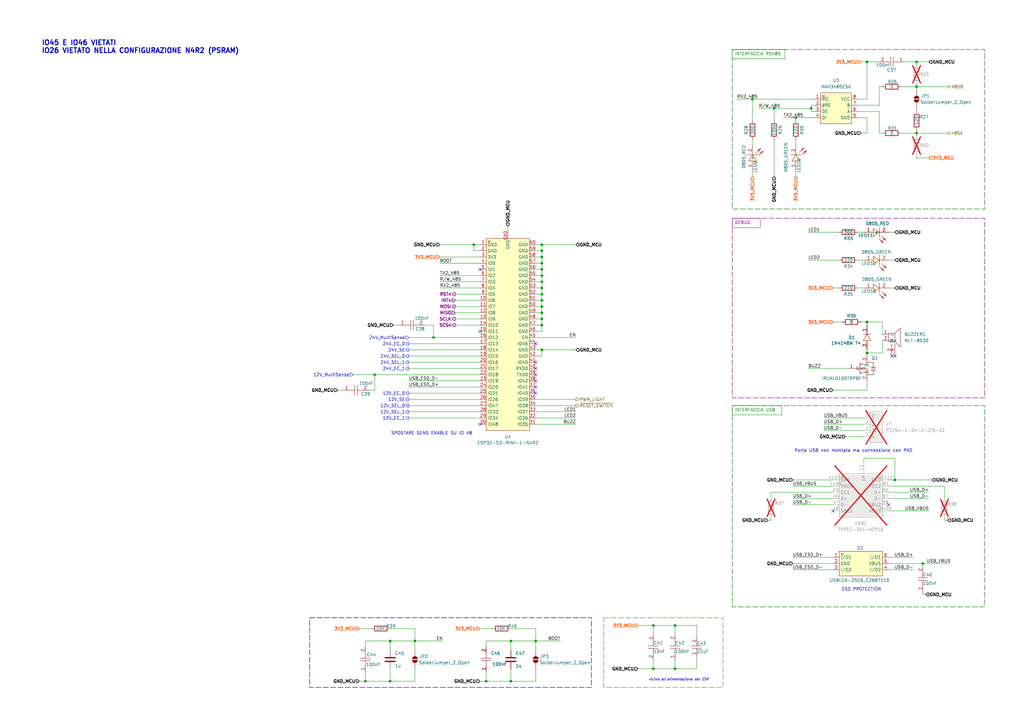
<source format=kicad_sch>
(kicad_sch (version 20250114) (generator "eeschema") (generator_version "9.0")
  (paper "A3")
  (title_block (date "2025-03-21"))
  (lib_symbols
    (symbol "CC0603KRX7R9BB104_1" (pin_names (hide yes))
      (property "Reference" "C" (at 0 5.08 0))
      (property "Value" "CC0603KRX7R9BB104" (at 0 -5.08 0))
      (symbol "CC0603KRX7R9BB104_1_0_1"
        (pin unspecified line (at -5.08 0 0) (length 2.54) (name "1") (number "1"))
        (pin unspecified line (at 5.08 0 180) (length 2.54) (name "2") (number "2"))
      )
    )
    (symbol "CC0603KRX7R9BB104_2" (pin_names (hide yes))
      (property "Reference" "C" (at 0 5.08 0))
      (property "Value" "CC0603KRX7R9BB104" (at 0 -5.08 0))
      (symbol "CC0603KRX7R9BB104_2_0_1"
        (pin unspecified line (at -5.08 0 0) (length 2.54) (name "1") (number "1"))
        (pin unspecified line (at 5.08 0 180) (length 2.54) (name "2") (number "2"))
      )
    )
    (symbol "CC0603KRX7R9BB104_3" (pin_names (hide yes))
      (property "Reference" "C" (at 0 5.08 0))
      (property "Value" "CC0603KRX7R9BB104" (at 0 -5.08 0))
      (symbol "CC0603KRX7R9BB104_3_0_1"
        (pin unspecified line (at -5.08 0 0) (length 2.54) (name "1") (number "1"))
        (pin unspecified line (at 5.08 0 180) (length 2.54) (name "2") (number "2"))
      )
    )
    (symbol "CC0603KRX7R9BB104_4" (pin_names (hide yes))
      (property "Reference" "C" (at 0 5.08 0))
      (property "Value" "CC0603KRX7R9BB104" (at 0 -5.08 0))
      (symbol "CC0603KRX7R9BB104_4_0_1"
        (pin unspecified line (at -5.08 0 0) (length 2.54) (name "1") (number "1"))
        (pin unspecified line (at 5.08 0 180) (length 2.54) (name "2") (number "2"))
      )
    )
    (symbol "CC0603KRX7R9BB104_5" (pin_names (hide yes))
      (property "Reference" "C" (at 0 5.08 0))
      (property "Value" "CC0603KRX7R9BB104" (at 0 -5.08 0))
      (symbol "CC0603KRX7R9BB104_5_0_1"
        (pin unspecified line (at -5.08 0 0) (length 2.54) (name "1") (number "1"))
        (pin unspecified line (at 5.08 0 180) (length 2.54) (name "2") (number "2"))
      )
    )
    (symbol "Device:C" (pin_numbers (hide yes)) (pin_names (offset 0.254))
      (property "Reference" "C" (at 0.635 2.54 0))
      (property "Value" "C" (at 0.635 -2.54 0))
      (symbol "C_1_1"
        (pin passive line (at 0 3.81 270) (length 2.794) (name "~") (number "1"))
        (pin passive line (at 0 -3.81 90) (length 2.794) (name "~") (number "2"))
      )
    )
    (symbol "Device:R" (pin_numbers (hide yes)) (pin_names (offset 0))
      (property "Reference" "R" (at 2.032 0 90))
      (property "Value" "R" (at 0 0 90))
      (symbol "R_1_1"
        (pin passive line (at 0 3.81 270) (length 1.27) (name "~") (number "1"))
        (pin passive line (at 0 -3.81 90) (length 1.27) (name "~") (number "2"))
      )
    )
    (symbol "FC-2012HRK-620D_1"
      (property "Reference" "LED" (at 0 5.08 0))
      (property "Value" "FC-2012HRK-620D" (at 0 -5.08 0))
      (symbol "FC-2012HRK-620D_1_0_1"
        (pin unspecified line (at -5.08 0 0) (length 3.81) (name "-") (number "2"))
        (pin unspecified line (at 5.08 0 180) (length 3.81) (name "+") (number "1"))
      )
    )
    (symbol "Jumper:SolderJumper_2_Open" (pin_numbers (hide yes)) (pin_names (offset 0) (hide yes)) (exclude_from_sim yes) (in_bom no)
      (property "Reference" "JP" (at 0 2.032 0))
      (property "Value" "SolderJumper_2_Open" (at 0 -2.54 0))
      (symbol "SolderJumper_2_Open_1_1"
        (pin passive line (at -3.81 0 0) (length 2.54) (name "A") (number "1"))
        (pin passive line (at 3.81 0 180) (length 2.54) (name "B") (number "2"))
      )
    )
    (symbol "easyeda2kicad:0805G(Green)" (pin_names (hide yes))
      (property "Reference" "LED" (at 0 5.08 0))
      (property "Value" "0805G (Green)" (at 0 -5.08 0))
      (symbol "0805G(Green)_0_1"
        (pin unspecified line (at -5.08 0 0) (length 3.81) (name "K") (number "2"))
        (pin unspecified line (at 5.08 0 180) (length 3.81) (name "A") (number "1"))
      )
    )
    (symbol "easyeda2kicad:1N4148WT4" (pin_names (hide yes))
      (property "Reference" "D" (at 0 5.08 0))
      (property "Value" "1N4148W T4" (at 0 -5.08 0))
      (symbol "1N4148WT4_0_1"
        (pin unspecified line (at -5.08 0 0) (length 3.81) (name "K") (number "1"))
        (pin unspecified line (at 5.08 0 180) (length 3.81) (name "A") (number "2"))
      )
    )
    (symbol "easyeda2kicad:CL31A226KAHNNNE" (pin_names (hide yes))
      (property "Reference" "C" (at 0 5.08 0))
      (property "Value" "CL31A226KAHNNNE" (at 0 -5.08 0))
      (symbol "CL31A226KAHNNNE_0_1"
        (pin input line (at -3.81 0 0) (length 2.54) (name "1") (number "1"))
        (pin input line (at 3.81 0 180) (length 2.54) (name "2") (number "2"))
      )
    )
    (symbol "easyeda2kicad:ESP32-S3-MINI-1-N4R2"
      (property "Reference" "U" (at 0 45.72 0))
      (property "Value" "ESP32-S3-MINI-1-N4R2" (at 0 -43.18 0))
      (symbol "ESP32-S3-MINI-1-N4R2_0_1"
        (pin unspecified line (at -11.43 35.56 0) (length 2.54) (name "GND") (number "1"))
        (pin unspecified line (at -11.43 33.02 0) (length 2.54) (name "GND") (number "2"))
        (pin unspecified line (at -11.43 30.48 0) (length 2.54) (name "3V3") (number "3"))
        (pin unspecified line (at -11.43 27.94 0) (length 2.54) (name "IO0") (number "4"))
        (pin unspecified line (at -11.43 25.4 0) (length 2.54) (name "IO1") (number "5"))
        (pin unspecified line (at -11.43 22.86 0) (length 2.54) (name "IO2") (number "6"))
        (pin unspecified line (at -11.43 20.32 0) (length 2.54) (name "IO3") (number "7"))
        (pin unspecified line (at -11.43 17.78 0) (length 2.54) (name "IO4") (number "8"))
        (pin unspecified line (at -11.43 15.24 0) (length 2.54) (name "IO5") (number "9"))
        (pin unspecified line (at -11.43 12.7 0) (length 2.54) (name "IO6") (number "10"))
        (pin unspecified line (at -11.43 10.16 0) (length 2.54) (name "IO7") (number "11"))
        (pin unspecified line (at -11.43 7.62 0) (length 2.54) (name "IO8") (number "12"))
        (pin unspecified line (at -11.43 5.08 0) (length 2.54) (name "IO9") (number "13"))
        (pin unspecified line (at -11.43 2.54 0) (length 2.54) (name "IO10") (number "14"))
        (pin unspecified line (at -11.43 0 0) (length 2.54) (name "IO11") (number "15"))
        (pin unspecified line (at -11.43 -2.54 0) (length 2.54) (name "IO12") (number "16"))
        (pin unspecified line (at -11.43 -5.08 0) (length 2.54) (name "IO13") (number "17"))
        (pin unspecified line (at -11.43 -7.62 0) (length 2.54) (name "IO14") (number "18"))
        (pin unspecified line (at -11.43 -10.16 0) (length 2.54) (name "IO15") (number "19"))
        (pin unspecified line (at -11.43 -12.7 0) (length 2.54) (name "IO16") (number "20"))
        (pin unspecified line (at -11.43 -15.24 0) (length 2.54) (name "IO17") (number "21"))
        (pin unspecified line (at -11.43 -17.78 0) (length 2.54) (name "IO18") (number "22"))
        (pin unspecified line (at -11.43 -20.32 0) (length 2.54) (name "IO19") (number "23"))
        (pin unspecified line (at -11.43 -22.86 0) (length 2.54) (name "IO20") (number "24"))
        (pin unspecified line (at -11.43 -25.4 0) (length 2.54) (name "IO21") (number "25"))
        (pin unspecified line (at -11.43 -27.94 0) (length 2.54) (name "IO26") (number "26"))
        (pin unspecified line (at -11.43 -30.48 0) (length 2.54) (name "IO47") (number "27"))
        (pin unspecified line (at -11.43 -33.02 0) (length 2.54) (name "IO33") (number "28"))
        (pin unspecified line (at -11.43 -35.56 0) (length 2.54) (name "IO34") (number "29"))
        (pin unspecified line (at -11.43 -38.1 0) (length 2.54) (name "IO48") (number "30"))
        (pin unspecified line (at 0 40.64 270) (length 2.54) (name "GND") (number "GND"))
        (pin unspecified line (at 11.43 35.56 180) (length 2.54) (name "GND") (number "60"))
        (pin unspecified line (at 11.43 33.02 180) (length 2.54) (name "GND") (number "59"))
        (pin unspecified line (at 11.43 30.48 180) (length 2.54) (name "GND") (number "58"))
        (pin unspecified line (at 11.43 27.94 180) (length 2.54) (name "GND") (number "57"))
        (pin unspecified line (at 11.43 25.4 180) (length 2.54) (name "GND") (number "56"))
        (pin unspecified line (at 11.43 22.86 180) (length 2.54) (name "GND") (number "55"))
        (pin unspecified line (at 11.43 20.32 180) (length 2.54) (name "GND") (number "54"))
        (pin unspecified line (at 11.43 17.78 180) (length 2.54) (name "GND") (number "53"))
        (pin unspecified line (at 11.43 15.24 180) (length 2.54) (name "GND") (number "52"))
        (pin unspecified line (at 11.43 12.7 180) (length 2.54) (name "GND") (number "51"))
        (pin unspecified line (at 11.43 10.16 180) (length 2.54) (name "GND") (number "50"))
        (pin unspecified line (at 11.43 7.62 180) (length 2.54) (name "GND") (number "49"))
        (pin unspecified line (at 11.43 5.08 180) (length 2.54) (name "GND") (number "48"))
        (pin unspecified line (at 11.43 2.54 180) (length 2.54) (name "GND") (number "47"))
        (pin unspecified line (at 11.43 0 180) (length 2.54) (name "GND") (number "46"))
        (pin unspecified line (at 11.43 -2.54 180) (length 2.54) (name "EN") (number "45"))
        (pin unspecified line (at 11.43 -5.08 180) (length 2.54) (name "IO46") (number "44"))
        (pin unspecified line (at 11.43 -7.62 180) (length 2.54) (name "GND") (number "43"))
        (pin unspecified line (at 11.43 -10.16 180) (length 2.54) (name "GND") (number "42"))
        (pin unspecified line (at 11.43 -12.7 180) (length 2.54) (name "IO45") (number "41"))
        (pin unspecified line (at 11.43 -15.24 180) (length 2.54) (name "RXD0") (number "40"))
        (pin unspecified line (at 11.43 -17.78 180) (length 2.54) (name "TXD0") (number "39"))
        (pin unspecified line (at 11.43 -20.32 180) (length 2.54) (name "IO42") (number "38"))
        (pin unspecified line (at 11.43 -22.86 180) (length 2.54) (name "IO41") (number "37"))
        (pin unspecified line (at 11.43 -25.4 180) (length 2.54) (name "IO40") (number "36"))
        (pin unspecified line (at 11.43 -27.94 180) (length 2.54) (name "IO39") (number "35"))
        (pin unspecified line (at 11.43 -30.48 180) (length 2.54) (name "IO38") (number "34"))
        (pin unspecified line (at 11.43 -33.02 180) (length 2.54) (name "IO37") (number "33"))
        (pin unspecified line (at 11.43 -35.56 180) (length 2.54) (name "IO36") (number "32"))
        (pin unspecified line (at 11.43 -38.1 180) (length 2.54) (name "IO35") (number "31"))
      )
    )
    (symbol "easyeda2kicad:FC-2012HRK-620D"
      (property "Reference" "LED" (at 0 5.08 0))
      (property "Value" "FC-2012HRK-620D" (at 0 -5.08 0))
      (symbol "FC-2012HRK-620D_0_1"
        (pin unspecified line (at -5.08 0 0) (length 3.81) (name "-") (number "2"))
        (pin unspecified line (at 5.08 0 180) (length 3.81) (name "+") (number "1"))
      )
    )
    (symbol "easyeda2kicad:IRLML0100TRPBF"
      (property "Reference" "Q" (at 0 10.16 0))
      (property "Value" "IRLML0100TRPBF" (at 0 -10.16 0))
      (symbol "IRLML0100TRPBF_0_1"
        (pin unspecified line (at -5.08 0 0) (length 2.54) (name "G") (number "1"))
        (pin unspecified line (at 2.54 5.08 270) (length 2.54) (name "D") (number "3"))
        (pin unspecified line (at 2.54 -5.08 90) (length 2.54) (name "S") (number "2"))
      )
    )
    (symbol "easyeda2kicad:MAX3485ESA"
      (property "Reference" "U" (at 0 8.89 0))
      (property "Value" "MAX3485ESA" (at 0 -8.89 0))
      (symbol "MAX3485ESA_0_1"
        (pin unspecified line (at -8.89 3.81 0) (length 2.54) (name "RO") (number "1"))
        (pin unspecified line (at -8.89 1.27 0) (length 2.54) (name "#RE") (number "2"))
        (pin unspecified line (at -8.89 -1.27 0) (length 2.54) (name "DE") (number "3"))
        (pin unspecified line (at -8.89 -3.81 0) (length 2.54) (name "DI") (number "4"))
        (pin unspecified line (at 8.89 3.81 180) (length 2.54) (name "VCC") (number "8"))
        (pin unspecified line (at 8.89 1.27 180) (length 2.54) (name "B") (number "7"))
        (pin unspecified line (at 8.89 -1.27 180) (length 2.54) (name "A") (number "6"))
        (pin unspecified line (at 8.89 -3.81 180) (length 2.54) (name "GND") (number "5"))
      )
    )
    (symbol "easyeda2kicad:MLT-8530"
      (property "Reference" "BUZZER" (at 0 6.35 0))
      (property "Value" "MLT-8530" (at 0 -12.7 0))
      (symbol "MLT-8530_0_1"
        (pin unspecified line (at -3.81 1.27 0) (length 2.54) (name "+") (number "1"))
        (pin unspecified line (at -3.81 -1.27 0) (length 2.54) (name "2") (number "2"))
        (pin unspecified line (at 0 -7.62 90) (length 5.08) (name "3") (number "3"))
        (pin unspecified line (at 1.27 -7.62 90) (length 5.08) (name "4") (number "4"))
      )
    )
    (symbol "easyeda2kicad:PZ254-1-04-Z-2.5-G1"
      (property "Reference" "U" (at 0 8.89 0))
      (property "Value" "PZ254-1-04-Z-2.5-G1" (at 0 -8.89 0))
      (symbol "PZ254-1-04-Z-2.5-G1_0_1"
        (pin unspecified line (at -5.08 3.81 0) (length 2.54) (name "1") (number "1"))
        (pin unspecified line (at -5.08 1.27 0) (length 2.54) (name "2") (number "2"))
        (pin unspecified line (at -5.08 -1.27 0) (length 2.54) (name "3") (number "3"))
        (pin unspecified line (at -5.08 -3.81 0) (length 2.54) (name "4") (number "4"))
      )
    )
    (symbol "easyeda2kicad:TYPEC-304-ACP16"
      (property "Reference" "USB" (at 0 17.78 0))
      (property "Value" "TYPEC-304-ACP16" (at 0 -12.7 0))
      (symbol "TYPEC-304-ACP16_0_1"
        (pin unspecified line (at -10.16 5.08 0) (length 2.54) (name "GND") (number "A1B12"))
        (pin unspecified line (at -10.16 2.54 0) (length 2.54) (name "VBUS") (number "A4B9"))
        (pin unspecified line (at -10.16 0 0) (length 2.54) (name "CC1") (number "A5"))
        (pin unspecified line (at -10.16 -2.54 0) (length 2.54) (name "D+") (number "A6"))
        (pin unspecified line (at -10.16 -5.08 0) (length 2.54) (name "D-") (number "A7"))
        (pin unspecified line (at -10.16 -7.62 0) (length 2.54) (name "SBU1") (number "A8"))
        (pin unspecified line (at 2.54 12.7 270) (length 5.08) (name "EP") (number "13"))
        (pin unspecified line (at 12.7 5.08 180) (length 2.54) (name "GND") (number "B1A12"))
        (pin unspecified line (at 12.7 2.54 180) (length 2.54) (name "CC2") (number "B5"))
        (pin unspecified line (at 12.7 0 180) (length 2.54) (name "D+") (number "B6"))
        (pin unspecified line (at 12.7 -2.54 180) (length 2.54) (name "D-") (number "B7"))
        (pin unspecified line (at 12.7 -5.08 180) (length 2.54) (name "SBU2") (number "B8"))
        (pin unspecified line (at 12.7 -7.62 180) (length 2.54) (name "VBUS") (number "B4A9"))
      )
    )
    (symbol "easyeda2kicad:USBLC6-2SC6_C2687116"
      (property "Reference" "D" (at 0 7.62 0))
      (property "Value" "USBLC6-2SC6_C2687116" (at 0 -7.62 0))
      (symbol "USBLC6-2SC6_C2687116_0_1"
        (pin unspecified line (at -11.43 2.54 0) (length 2.54) (name "I/O1") (number "1"))
        (pin unspecified line (at -11.43 0 0) (length 2.54) (name "GND") (number "2"))
        (pin unspecified line (at -11.43 -2.54 0) (length 2.54) (name "I/O2") (number "3"))
        (pin unspecified line (at 11.43 2.54 180) (length 2.54) (name "I/O1") (number "6"))
        (pin unspecified line (at 11.43 0 180) (length 2.54) (name "VBUS") (number "5"))
        (pin unspecified line (at 11.43 -2.54 180) (length 2.54) (name "I/O2") (number "4"))
      )
    )
  )
  (rectangle (start 127 253.365) (end 242.57 281.94) (stroke (width 0.2) (type dash)))
  (rectangle (start 300.355 166.37) (end 403.86 248.92) (stroke (width 0.2) (type dash) (color 0 132 0 1)))
  (rectangle (start 247.65 253.365) (end 296.545 281.94) (stroke (width 0.2) (type dash) (color 204 102 0 1)))
  (rectangle (start 300.355 20.32) (end 403.86 85.725) (stroke (width 0.2) (type dash) (color 0 132 0 1)))
  (rectangle (start 300.355 89.535) (end 403.86 163.195) (stroke (width 0.2) (type dash) (color 132 0 132 1)))
  (text "SPOSTARE SENS ENABLE SU IO 48" (at 177.038 177.8 0) (effects (font (size 1.27 1.27))))
  (text "Porta USB non montata ma connessione con PAD" (at 350.012 184.912 0) (effects (font (size 1.27 1.27))))
  (text "ESD PROTECTION" (at 353.314 241.808 0) (effects (font (size 1.27 1.27))))
  (text "vicino all'alimentazione del ESP" (at 266.065 279.4 0) (effects (font (size 1 1)) (justify left bottom)))
  (text "IO45 E IO46 VIETATI\nIO26 VIETATO NELLA CONFIGURAZIONE N4R2 (PSRAM)" (at 17.018 19.304 0) (effects (font (size 2 2) (thickness 0.4) (bold yes)) (justify left)))
  (text_box "DEBUG" (at 300.355 89.535 0) (size 11.43 3.81) (margins 0.9525 0.9525 0.9525 0.9525) (stroke (width 0) (color 132 0 132 1)) (effects (font (size 1.27 1.27)) (justify left top)))
  (text_box "INTERFACCIA RS485" (at 300.355 20.32 0) (size 21.59 3.81) (margins 0.9525 0.9525 0.9525 0.9525) (stroke (width 0) (color 0 132 0 1)) (effects (font (size 1.27 1.27)) (justify left top)))
  (text_box "INTERFACCIA USB" (at 300.355 166.37 0) (size 20.32 3.81) (margins 0.9525 0.9525 0.9525 0.9525) (stroke (width 0) (color 0 132 0 1)) (effects (font (size 1.27 1.27)) (justify left top)))
  (junction (at 222.25 113.03))
  (junction (at 222.25 123.19))
  (junction (at 222.25 130.81))
  (junction (at 222.25 125.73))
  (junction (at 177.8 138.43))
  (junction (at 170.18 262.89))
  (junction (at 160.02 262.89))
  (junction (at 222.25 100.33))
  (junction (at 222.25 110.49))
  (junction (at 267.97 256.54))
  (junction (at 326.39 48.26))
  (junction (at 209.55 279.4))
  (junction (at 149.86 279.4))
  (junction (at 375.92 35.56))
  (junction (at 355.6 25.4))
  (junction (at 209.55 262.89))
  (junction (at 222.25 118.11))
  (junction (at 355.6 132.08))
  (junction (at 222.25 107.95))
  (junction (at 276.86 256.54))
  (junction (at 367.03 196.85))
  (junction (at 219.71 262.89))
  (junction (at 267.97 274.32))
  (junction (at 317.5 44.45))
  (junction (at 276.86 274.32))
  (junction (at 222.25 133.35))
  (junction (at 375.92 25.4))
  (junction (at 222.25 128.27))
  (junction (at 160.02 279.4))
  (junction (at 378.46 231.14))
  (junction (at 222.25 143.51))
  (junction (at 308.61 40.64))
  (junction (at 199.39 279.4))
  (junction (at 375.92 54.61))
  (junction (at 222.25 105.41))
  (junction (at 222.25 102.87))
  (junction (at 355.6 144.78))
  (junction (at 332.74 44.45))
  (junction (at 194.31 100.33))
  (junction (at 222.25 120.65))
  (junction (at 153.67 153.67))
  (junction (at 222.25 115.57))
  (no_connect (at 219.71 153.67))
  (no_connect (at 196.85 135.89))
  (no_connect (at 219.71 156.21))
  (no_connect (at 219.71 140.97))
  (no_connect (at 196.85 173.99))
  (no_connect (at 364.49 207.01))
  (no_connect (at 365.76 146.05))
  (no_connect (at 367.03 146.05))
  (no_connect (at 219.71 151.13))
  (no_connect (at 219.71 158.75))
  (no_connect (at 196.85 110.49))
  (no_connect (at 219.71 161.29))
  (no_connect (at 341.63 209.55))
  (no_connect (at 219.71 148.59))
  (wire (pts (xy 177.8 138.43) (xy 196.85 138.43)))
  (wire (pts (xy 375.92 25.4) (xy 381 25.4)))
  (wire (pts (xy 355.6 143.51) (xy 355.6 144.78)))
  (wire (pts (xy 381 201.93) (xy 364.49 201.93)))
  (wire (pts (xy 355.6 25.4) (xy 360.68 25.4)))
  (wire (pts (xy 222.25 118.11) (xy 222.25 120.65)))
  (wire (pts (xy 375.92 34.29) (xy 375.92 35.56)))
  (wire (pts (xy 222.25 115.57) (xy 222.25 118.11)))
  (wire (pts (xy 326.39 57.15) (xy 326.39 59.69)))
  (wire (pts (xy 194.31 100.33) (xy 196.85 100.33)))
  (wire (pts (xy 219.71 123.19) (xy 222.25 123.19)))
  (wire (pts (xy 199.39 279.4) (xy 209.55 279.4)))
  (wire (pts (xy 167.64 143.51) (xy 196.85 143.51)))
  (wire (pts (xy 186.69 123.19) (xy 196.85 123.19)))
  (wire (pts (xy 209.55 262.89) (xy 209.55 266.7)))
  (wire (pts (xy 219.71 135.89) (xy 222.25 135.89)))
  (wire (pts (xy 334.01 45.72) (xy 332.74 45.72)))
  (wire (pts (xy 375.92 25.4) (xy 375.92 26.67)))
  (wire (pts (xy 167.64 140.97) (xy 196.85 140.97)))
  (wire (pts (xy 388.62 213.36) (xy 387.35 213.36)))
  (wire (pts (xy 375.92 35.56) (xy 388.62 35.56)))
  (wire (pts (xy 219.71 118.11) (xy 222.25 118.11)))
  (wire (pts (xy 364.49 95.25) (xy 367.03 95.25)))
  (wire (pts (xy 236.22 163.83) (xy 219.71 163.83)))
  (wire (pts (xy 219.71 130.81) (xy 222.25 130.81)))
  (wire (pts (xy 219.71 115.57) (xy 222.25 115.57)))
  (wire (pts (xy 285.75 261.62) (xy 285.75 256.54)))
  (wire (pts (xy 325.12 231.14) (xy 341.63 231.14)))
  (wire (pts (xy 353.06 25.4) (xy 355.6 25.4)))
  (wire (pts (xy 196.85 102.87) (xy 194.31 102.87)))
  (wire (pts (xy 222.25 105.41) (xy 222.25 107.95)))
  (wire (pts (xy 364.49 106.68) (xy 367.03 106.68)))
  (wire (pts (xy 375.92 35.56) (xy 375.92 36.83)))
  (wire (pts (xy 375.92 45.72) (xy 375.92 44.45)))
  (wire (pts (xy 375.92 54.61) (xy 375.92 53.34)))
  (wire (pts (xy 381 204.47) (xy 364.49 204.47)))
  (wire (pts (xy 375.92 63.5) (xy 375.92 64.77)))
  (wire (pts (xy 167.64 163.83) (xy 196.85 163.83)))
  (wire (pts (xy 361.95 139.7) (xy 361.95 144.78)))
  (wire (pts (xy 316.23 213.36) (xy 316.23 212.09)))
  (wire (pts (xy 219.71 107.95) (xy 222.25 107.95)))
  (wire (pts (xy 355.6 132.08) (xy 355.6 133.35)))
  (wire (pts (xy 261.62 256.54) (xy 267.97 256.54)))
  (wire (pts (xy 222.25 123.19) (xy 222.25 125.73)))
  (wire (pts (xy 326.39 48.26) (xy 334.01 48.26)))
  (wire (pts (xy 236.22 138.43) (xy 219.71 138.43)))
  (wire (pts (xy 332.74 43.18) (xy 332.74 44.45)))
  (wire (pts (xy 354.33 187.96) (xy 367.03 187.96)))
  (wire (pts (xy 167.64 138.43) (xy 177.8 138.43)))
  (wire (pts (xy 326.39 48.26) (xy 326.39 49.53)))
  (wire (pts (xy 199.39 262.89) (xy 209.55 262.89)))
  (wire (pts (xy 177.8 138.43) (xy 177.8 133.35)))
  (wire (pts (xy 222.25 133.35) (xy 222.25 135.89)))
  (wire (pts (xy 186.69 133.35) (xy 196.85 133.35)))
  (wire (pts (xy 222.25 107.95) (xy 222.25 110.49)))
  (wire (pts (xy 167.64 148.59) (xy 196.85 148.59)))
  (wire (pts (xy 180.34 100.33) (xy 194.31 100.33)))
  (wire (pts (xy 153.67 153.67) (xy 196.85 153.67)))
  (wire (pts (xy 369.57 54.61) (xy 375.92 54.61)))
  (wire (pts (xy 308.61 40.64) (xy 334.01 40.64)))
  (wire (pts (xy 170.18 274.32) (xy 170.18 279.4)))
  (wire (pts (xy 186.69 128.27) (xy 196.85 128.27)))
  (wire (pts (xy 351.79 40.64) (xy 355.6 40.64)))
  (wire (pts (xy 388.62 54.61) (xy 375.92 54.61)))
  (wire (pts (xy 337.82 173.99) (xy 354.33 173.99)))
  (wire (pts (xy 325.12 207.01) (xy 341.63 207.01)))
  (wire (pts (xy 337.82 176.53) (xy 354.33 176.53)))
  (wire (pts (xy 199.39 279.4) (xy 199.39 275.59)))
  (wire (pts (xy 170.18 262.89) (xy 170.18 266.7)))
  (wire (pts (xy 354.33 189.23) (xy 354.33 187.96)))
  (wire (pts (xy 360.68 35.56) (xy 360.68 43.18)))
  (wire (pts (xy 317.5 57.15) (xy 317.5 72.39)))
  (wire (pts (xy 219.71 128.27) (xy 222.25 128.27)))
  (wire (pts (xy 222.25 143.51) (xy 222.25 146.05)))
  (wire (pts (xy 331.47 106.68) (xy 344.17 106.68)))
  (wire (pts (xy 219.71 146.05) (xy 222.25 146.05)))
  (wire (pts (xy 170.18 279.4) (xy 160.02 279.4)))
  (wire (pts (xy 144.78 153.67) (xy 153.67 153.67)))
  (wire (pts (xy 186.69 125.73) (xy 196.85 125.73)))
  (wire (pts (xy 267.97 274.32) (xy 276.86 274.32)))
  (wire (pts (xy 219.71 125.73) (xy 222.25 125.73)))
  (wire (pts (xy 355.6 144.78) (xy 355.6 146.05)))
  (wire (pts (xy 325.12 196.85) (xy 341.63 196.85)))
  (wire (pts (xy 387.35 199.39) (xy 364.49 199.39)))
  (wire (pts (xy 308.61 69.85) (xy 308.61 72.39)))
  (wire (pts (xy 276.86 260.35) (xy 276.86 256.54)))
  (wire (pts (xy 355.6 25.4) (xy 355.6 40.64)))
  (wire (pts (xy 321.31 48.26) (xy 326.39 48.26)))
  (wire (pts (xy 351.79 95.25) (xy 354.33 95.25)))
  (wire (pts (xy 219.71 133.35) (xy 222.25 133.35)))
  (wire (pts (xy 308.61 57.15) (xy 308.61 59.69)))
  (wire (pts (xy 341.63 132.08) (xy 345.44 132.08)))
  (wire (pts (xy 370.84 25.4) (xy 375.92 25.4)))
  (wire (pts (xy 219.71 143.51) (xy 222.25 143.51)))
  (wire (pts (xy 361.95 137.16) (xy 361.95 132.08)))
  (wire (pts (xy 361.95 132.08) (xy 355.6 132.08)))
  (wire (pts (xy 194.31 102.87) (xy 194.31 100.33)))
  (wire (pts (xy 167.64 146.05) (xy 196.85 146.05)))
  (wire (pts (xy 153.67 153.67) (xy 153.67 160.02)))
  (wire (pts (xy 236.22 173.99) (xy 219.71 173.99)))
  (wire (pts (xy 236.22 168.91) (xy 219.71 168.91)))
  (wire (pts (xy 219.71 262.89) (xy 219.71 266.7)))
  (wire (pts (xy 209.55 274.32) (xy 209.55 279.4)))
  (wire (pts (xy 276.86 256.54) (xy 285.75 256.54)))
  (wire (pts (xy 186.69 120.65) (xy 196.85 120.65)))
  (wire (pts (xy 222.25 143.51) (xy 236.22 143.51)))
  (wire (pts (xy 180.34 107.95) (xy 196.85 107.95)))
  (wire (pts (xy 332.74 44.45) (xy 332.74 45.72)))
  (wire (pts (xy 186.69 130.81) (xy 196.85 130.81)))
  (wire (pts (xy 341.63 199.39) (xy 325.12 199.39)))
  (wire (pts (xy 351.79 43.18) (xy 360.68 43.18)))
  (wire (pts (xy 367.03 187.96) (xy 367.03 196.85)))
  (wire (pts (xy 149.86 262.89) (xy 160.02 262.89)))
  (wire (pts (xy 360.68 54.61) (xy 361.95 54.61)))
  (wire (pts (xy 332.74 43.18) (xy 334.01 43.18)))
  (wire (pts (xy 361.95 144.78) (xy 355.6 144.78)))
  (wire (pts (xy 167.64 161.29) (xy 196.85 161.29)))
  (wire (pts (xy 353.06 132.08) (xy 355.6 132.08)))
  (wire (pts (xy 196.85 257.81) (xy 201.93 257.81)))
  (wire (pts (xy 160.02 257.81) (xy 170.18 257.81)))
  (wire (pts (xy 219.71 257.81) (xy 219.71 262.89)))
  (wire (pts (xy 160.02 262.89) (xy 170.18 262.89)))
  (wire (pts (xy 219.71 262.89) (xy 229.87 262.89)))
  (wire (pts (xy 379.73 243.84) (xy 378.46 243.84)))
  (wire (pts (xy 374.65 228.6) (xy 364.49 228.6)))
  (wire (pts (xy 219.71 100.33) (xy 222.25 100.33)))
  (wire (pts (xy 219.71 110.49) (xy 222.25 110.49)))
  (wire (pts (xy 180.34 113.03) (xy 196.85 113.03)))
  (wire (pts (xy 355.6 54.61) (xy 355.6 48.26)))
  (wire (pts (xy 167.64 151.13) (xy 196.85 151.13)))
  (wire (pts (xy 354.33 171.45) (xy 337.82 171.45)))
  (wire (pts (xy 317.5 44.45) (xy 332.74 44.45)))
  (wire (pts (xy 147.32 257.81) (xy 152.4 257.81)))
  (wire (pts (xy 196.85 279.4) (xy 199.39 279.4)))
  (wire (pts (xy 167.64 168.91) (xy 196.85 168.91)))
  (wire (pts (xy 331.47 95.25) (xy 344.17 95.25)))
  (wire (pts (xy 153.67 160.02) (xy 151.13 160.02)))
  (wire (pts (xy 208.28 92.71) (xy 208.28 95.25)))
  (wire (pts (xy 222.25 102.87) (xy 222.25 105.41)))
  (wire (pts (xy 316.23 204.47) (xy 316.23 201.93)))
  (wire (pts (xy 222.25 130.81) (xy 222.25 133.35)))
  (wire (pts (xy 149.86 279.4) (xy 160.02 279.4)))
  (wire (pts (xy 180.34 105.41) (xy 196.85 105.41)))
  (wire (pts (xy 325.12 233.68) (xy 341.63 233.68)))
  (wire (pts (xy 167.64 171.45) (xy 196.85 171.45)))
  (wire (pts (xy 364.49 209.55) (xy 381 209.55)))
  (wire (pts (xy 149.86 275.59) (xy 149.86 279.4)))
  (wire (pts (xy 222.25 100.33) (xy 222.25 102.87)))
  (wire (pts (xy 276.86 274.32) (xy 285.75 274.32)))
  (wire (pts (xy 173.99 133.35) (xy 177.8 133.35)))
  (wire (pts (xy 387.35 213.36) (xy 387.35 212.09)))
  (wire (pts (xy 170.18 262.89) (xy 181.61 262.89)))
  (wire (pts (xy 364.49 196.85) (xy 367.03 196.85)))
  (wire (pts (xy 147.32 279.4) (xy 149.86 279.4)))
  (wire (pts (xy 355.6 48.26) (xy 351.79 48.26)))
  (wire (pts (xy 199.39 265.43) (xy 199.39 262.89)))
  (wire (pts (xy 222.25 113.03) (xy 222.25 115.57)))
  (wire (pts (xy 355.6 54.61) (xy 353.06 54.61)))
  (wire (pts (xy 378.46 231.14) (xy 378.46 232.41)))
  (wire (pts (xy 219.71 166.37) (xy 236.22 166.37)))
  (wire (pts (xy 317.5 49.53) (xy 317.5 44.45)))
  (wire (pts (xy 325.12 228.6) (xy 341.63 228.6)))
  (wire (pts (xy 375.92 54.61) (xy 375.92 55.88)))
  (wire (pts (xy 387.35 204.47) (xy 387.35 199.39)))
  (wire (pts (xy 375.92 64.77) (xy 381 64.77)))
  (wire (pts (xy 267.97 260.35) (xy 267.97 256.54)))
  (wire (pts (xy 267.97 270.51) (xy 267.97 274.32)))
  (wire (pts (xy 261.62 274.32) (xy 267.97 274.32)))
  (wire (pts (xy 285.75 274.32) (xy 285.75 269.24)))
  (wire (pts (xy 180.34 118.11) (xy 196.85 118.11)))
  (wire (pts (xy 341.63 118.11) (xy 344.17 118.11)))
  (wire (pts (xy 351.79 106.68) (xy 354.33 106.68)))
  (wire (pts (xy 360.68 54.61) (xy 360.68 45.72)))
  (wire (pts (xy 364.49 231.14) (xy 378.46 231.14)))
  (wire (pts (xy 364.49 118.11) (xy 367.03 118.11)))
  (wire (pts (xy 219.71 105.41) (xy 222.25 105.41)))
  (wire (pts (xy 160.02 274.32) (xy 160.02 279.4)))
  (wire (pts (xy 267.97 256.54) (xy 276.86 256.54)))
  (wire (pts (xy 222.25 128.27) (xy 222.25 130.81)))
  (wire (pts (xy 378.46 243.84) (xy 378.46 242.57)))
  (wire (pts (xy 374.65 233.68) (xy 364.49 233.68)))
  (wire (pts (xy 314.96 213.36) (xy 316.23 213.36)))
  (wire (pts (xy 149.86 265.43) (xy 149.86 262.89)))
  (wire (pts (xy 222.25 110.49) (xy 222.25 113.03)))
  (wire (pts (xy 167.64 166.37) (xy 196.85 166.37)))
  (wire (pts (xy 167.64 158.75) (xy 196.85 158.75)))
  (wire (pts (xy 209.55 257.81) (xy 219.71 257.81)))
  (wire (pts (xy 360.68 45.72) (xy 351.79 45.72)))
  (wire (pts (xy 160.02 266.7) (xy 160.02 262.89)))
  (wire (pts (xy 219.71 102.87) (xy 222.25 102.87)))
  (wire (pts (xy 378.46 231.14) (xy 389.89 231.14)))
  (wire (pts (xy 311.15 44.45) (xy 317.5 44.45)))
  (wire (pts (xy 209.55 279.4) (xy 219.71 279.4)))
  (wire (pts (xy 355.6 160.02) (xy 355.6 156.21)))
  (wire (pts (xy 325.12 204.47) (xy 341.63 204.47)))
  (wire (pts (xy 209.55 262.89) (xy 219.71 262.89)))
  (wire (pts (xy 302.26 40.64) (xy 308.61 40.64)))
  (wire (pts (xy 167.64 156.21) (xy 196.85 156.21)))
  (wire (pts (xy 222.25 100.33) (xy 236.22 100.33)))
  (wire (pts (xy 222.25 125.73) (xy 222.25 128.27)))
  (wire (pts (xy 219.71 113.03) (xy 222.25 113.03)))
  (wire (pts (xy 308.61 40.64) (xy 308.61 49.53)))
  (wire (pts (xy 222.25 120.65) (xy 222.25 123.19)))
  (wire (pts (xy 219.71 120.65) (xy 222.25 120.65)))
  (wire (pts (xy 369.57 35.56) (xy 375.92 35.56)))
  (wire (pts (xy 276.86 270.51) (xy 276.86 274.32)))
  (wire (pts (xy 219.71 274.32) (xy 219.71 279.4)))
  (wire (pts (xy 341.63 160.02) (xy 355.6 160.02)))
  (wire (pts (xy 331.47 151.13) (xy 347.98 151.13)))
  (wire (pts (xy 367.03 196.85) (xy 382.27 196.85)))
  (wire (pts (xy 170.18 257.81) (xy 170.18 262.89)))
  (wire (pts (xy 360.68 35.56) (xy 361.95 35.56)))
  (wire (pts (xy 219.71 171.45) (xy 236.22 171.45)))
  (wire (pts (xy 351.79 118.11) (xy 354.33 118.11)))
  (wire (pts (xy 326.39 69.85) (xy 326.39 72.39)))
  (wire (pts (xy 161.29 133.35) (xy 163.83 133.35)))
  (wire (pts (xy 180.34 115.57) (xy 196.85 115.57)))
  (wire (pts (xy 346.71 179.07) (xy 354.33 179.07)))
  (wire (pts (xy 316.23 201.93) (xy 341.63 201.93)))
  (wire (pts (xy 138.43 160.02) (xy 140.97 160.02)))
  (label "USB_D-" (at 381 204.47 180))
  (label "USB_VBUS" (at 389.89 231.14 180))
  (label "USB_ESD_D-" (at 325.12 233.68 0))
  (label "LED2" (at 331.47 106.68 0))
  (label "LED2" (at 236.22 171.45 180))
  (label "TX2_485" (at 321.31 48.26 0))
  (label "USB_ESD_D+" (at 325.12 228.6 0))
  (label "EN" (at 181.61 262.89 180))
  (label "USB_D+" (at 325.12 204.47 0))
  (label "R{slash}W_485" (at 180.34 115.57 0))
  (label "USB_VBUS" (at 337.82 171.45 0))
  (label "USB_D-" (at 325.12 207.01 0))
  (label "USB_VBUS" (at 325.12 199.39 0))
  (label "BOOT" (at 180.34 107.95 0))
  (label "USB_VBUS" (at 381 209.55 180))
  (label "BOOT" (at 229.87 262.89 180))
  (label "USB_D+" (at 374.65 228.6 180))
  (label "USB_D+" (at 337.82 173.99 0))
  (label "BUZZ" (at 236.22 173.99 180))
  (label "USB_D-" (at 374.65 233.68 180))
  (label "USB_ESD_D-" (at 167.64 156.21 0))
  (label "RX2_485" (at 180.34 118.11 0))
  (label "TX2_485" (at 180.34 113.03 0))
  (label "LED1" (at 331.47 95.25 0))
  (label "BUZZ" (at 331.47 151.13 0))
  (label "RX2_485" (at 302.26 40.64 0))
  (label "LED1" (at 236.22 168.91 180))
  (label "USB_D-" (at 337.82 176.53 0))
  (label "USB_D+" (at 381 201.93 180))
  (label "USB_ESD_D+" (at 167.64 158.75 0))
  (label "R{slash}W_485" (at 311.15 44.45 0))
  (label "EN" (at 236.22 138.43 180))
  (hierarchical_label "24V_SE" (shape output) (at 167.64 143.51 180))
  (hierarchical_label "485A" (shape bidirectional) (at 388.62 54.61 0))
  (hierarchical_label "24V_EC_1" (shape output) (at 167.64 151.13 180))
  (hierarchical_label "GND_MCU" (shape input) (at 236.22 100.33 0) (effects (font (thickness 0.254) (bold yes))))
  (hierarchical_label "MISO" (shape input) (at 186.69 128.27 180) (effects (font (bold yes))))
  (hierarchical_label "GND_MCU" (shape input) (at 314.96 213.36 180) (effects (font (thickness 0.254) (bold yes))))
  (hierarchical_label "SCSn" (shape output) (at 186.69 133.35 180) (effects (font (bold yes))))
  (hierarchical_label "3V3_MCU" (shape input) (at 308.61 72.39 270) (effects (font (thickness 0.254) (bold yes))))
  (hierarchical_label "3V3_MCU" (shape input) (at 180.34 105.41 180) (effects (font (thickness 0.254) (bold yes))))
  (hierarchical_label "12V_SEL_0" (shape output) (at 167.64 166.37 180))
  (hierarchical_label "485B" (shape bidirectional) (at 388.62 35.56 0))
  (hierarchical_label "GND_MCU" (shape input) (at 236.22 143.51 0) (effects (font (thickness 0.254) (bold yes))))
  (hierarchical_label "GND_MCU" (shape input) (at 367.03 118.11 0) (effects (font (thickness 0.254) (bold yes))))
  (hierarchical_label "12V_EC_1" (shape output) (at 167.64 171.45 180))
  (hierarchical_label "RSTn" (shape output) (at 186.69 120.65 180) (effects (font (bold yes))))
  (hierarchical_label "12V_SEL_1" (shape output) (at 167.64 168.91 180))
  (hierarchical_label "3V3_MCU" (shape input) (at 147.32 257.81 180) (effects (font (thickness 0.254) (bold yes))))
  (hierarchical_label "INTn" (shape input) (at 186.69 123.19 180) (effects (font (bold yes))))
  (hierarchical_label "GND_MCU" (shape input) (at 325.12 231.14 180) (effects (font (thickness 0.254) (bold yes))))
  (hierarchical_label "MOSI" (shape output) (at 186.69 125.73 180) (effects (font (bold yes))))
  (hierarchical_label "PWM_LIGHT" (shape output) (at 236.22 163.83 0))
  (hierarchical_label "3V3_MCU" (shape input) (at 381 64.77 0) (effects (font (thickness 0.254) (bold yes))))
  (hierarchical_label "3V3_MCU" (shape input) (at 341.63 132.08 180) (effects (font (thickness 0.254) (bold yes))))
  (hierarchical_label "24V_SEL_1" (shape output) (at 167.64 148.59 180))
  (hierarchical_label "GND_MCU" (shape input) (at 208.28 92.71 90) (effects (font (thickness 0.254) (bold yes))))
  (hierarchical_label "GND_MCU" (shape input) (at 367.03 106.68 0) (effects (font (thickness 0.254) (bold yes))))
  (hierarchical_label "24V_MultiSense" (shape input) (at 167.64 138.43 180))
  (hierarchical_label "24V_EC_0" (shape output) (at 167.64 140.97 180))
  (hierarchical_label "GND_MCU" (shape input) (at 388.62 213.36 0) (effects (font (thickness 0.254) (bold yes))))
  (hierarchical_label "GND_MCU" (shape input) (at 196.85 279.4 180) (effects (font (thickness 0.254) (bold yes))))
  (hierarchical_label "3V3_MCU" (shape input) (at 326.39 72.39 270) (effects (font (thickness 0.254) (bold yes))))
  (hierarchical_label "12V_SE" (shape output) (at 167.64 163.83 180))
  (hierarchical_label "3V3_MCU" (shape input) (at 353.06 25.4 180) (effects (font (thickness 0.254) (bold yes))))
  (hierarchical_label "3V3_MCU" (shape input) (at 261.62 256.54 180) (effects (font (thickness 0.254) (bold yes))))
  (hierarchical_label "GND_MCU" (shape input) (at 147.32 279.4 180) (effects (font (thickness 0.254) (bold yes))))
  (hierarchical_label "GND_MCU" (shape input) (at 341.63 160.02 180) (effects (font (thickness 0.254) (bold yes))))
  (hierarchical_label "GND_MCU" (shape input) (at 367.03 95.25 0) (effects (font (thickness 0.254) (bold yes))))
  (hierarchical_label "12V_EC_0" (shape output) (at 167.64 161.29 180))
  (hierarchical_label "GND_MCU" (shape input) (at 379.73 243.84 0) (effects (font (thickness 0.254) (bold yes))))
  (hierarchical_label "SCLK" (shape output) (at 186.69 130.81 180) (effects (font (bold yes))))
  (hierarchical_label "GND_MCU" (shape input) (at 381 25.4 0) (effects (font (thickness 0.254) (bold yes))))
  (hierarchical_label "GND_MCU" (shape input) (at 317.5 72.39 270) (effects (font (thickness 0.254) (bold yes))))
  (hierarchical_label "GND_MCU" (shape input) (at 325.12 196.85 180) (effects (font (thickness 0.254) (bold yes))))
  (hierarchical_label "GND_MCU" (shape input) (at 382.27 196.85 0) (effects (font (thickness 0.254) (bold yes))))
  (hierarchical_label "GND_MCU" (shape input) (at 161.29 133.35 180) (effects (font (thickness 0.254) (bold yes))))
  (hierarchical_label "~{RESET_SWITCH}" (shape output) (at 236.22 166.37 0))
  (hierarchical_label "GND_MCU" (shape input) (at 353.06 54.61 180) (effects (font (thickness 0.254) (bold yes))))
  (hierarchical_label "GND_MCU" (shape input) (at 346.71 179.07 180) (effects (font (thickness 0.254) (bold yes))))
  (hierarchical_label "3V3_MCU" (shape input) (at 341.63 118.11 180) (effects (font (thickness 0.254) (bold yes))))
  (hierarchical_label "24V_SEL_0" (shape output) (at 167.64 146.05 180))
  (hierarchical_label "GND_MCU" (shape input) (at 138.43 160.02 180) (effects (font (thickness 0.254) (bold yes))))
  (hierarchical_label "12V_MultiSense" (shape input) (at 144.78 153.67 180))
  (hierarchical_label "GND_MCU" (shape input) (at 261.62 274.32 180) (effects (font (thickness 0.254) (bold yes))))
  (hierarchical_label "3V3_MCU" (shape input) (at 196.85 257.81 180) (effects (font (thickness 0.254) (bold yes))))
  (hierarchical_label "GND_MCU" (shape input) (at 180.34 100.33 180) (effects (font (thickness 0.254) (bold yes))))
  (symbol (lib_name "CC0603KRX7R9BB104_2") (lib_id "easyeda2kicad:CC0603KRX7R9BB104") (at 168.91 133.35 0) (unit 1)
    (property "Reference" "C38" (at 174.244 134.874 0) (effects (justify right)))
    (property "Value" "100nf" (at 175.768 130.556 0) (effects (justify right)))
    (property "Footprint" "Capacitor_SMD:C_0603_1608Metric" (effects (hide yes)))
    (property "Datasheet" "https://lcsc.com/product-detail/Multilayer-Ceramic-Capacitors-MLCC-SMD-SMT_100nF-104-10-50V_C14663.html" (effects (hide yes)))
    (property "LCSC Part" "C14663" (effects (hide yes)))
    (property "LCSC" "C14663" (effects (hide yes)))
  )
  (symbol (lib_id "Device:R") (at 375.92 30.48 0) (unit 1) (in_bom no) (dnp yes)
    (property "Reference" "R25" (at 377.19 30.48 0) (effects (justify left)))
    (property "Value" "10K" (at 375.92 32.512 90) (effects (justify left)))
    (property "Footprint" "Resistor_SMD:R_0603_1608Metric" (effects (hide yes)))
    (property "LCSC Part" "C25804" (effects (hide yes)))
    (property "LCSC" "C25804" (effects (hide yes)))
  )
  (symbol (lib_name "CC0603KRX7R9BB104_2") (lib_id "easyeda2kicad:CC0603KRX7R9BB104") (at 199.39 270.51 90) (unit 1)
    (property "Reference" "C46" (at 201.295 267.97 90) (effects (justify right)))
    (property "Value" "100nf" (at 201.93 272.415 90) (effects (justify right)))
    (property "Footprint" "Capacitor_SMD:C_0603_1608Metric" (effects (hide yes)))
    (property "Datasheet" "https://lcsc.com/product-detail/Multilayer-Ceramic-Capacitors-MLCC-SMD-SMT_100nF-104-10-50V_C14663.html" (effects (hide yes)))
    (property "LCSC Part" "C14663" (effects (hide yes)))
    (property "LCSC" "C14663" (effects (hide yes)))
  )
  (symbol (lib_id "easyeda2kicad:TYPEC-304-ACP16") (at 351.79 201.93 0) (unit 1) (exclude_from_sim yes) (in_bom no) (on_board no) (dnp yes)
    (property "Reference" "USB1" (at 353.06 214.63 0))
    (property "Value" "TYPEC-304-ACP16" (at 353.06 217.17 0))
    (property "Footprint" "easyeda2kicad:USB-C-SMD_TYPE-C-16P-1" (effects (hide yes)))
    (property "LCSC Part" "C2982555" (effects (hide yes)))
  )
  (symbol (lib_id "easyeda2kicad:0805G(Green)") (at 359.41 118.11 180) (unit 1)
    (property "Reference" "LED13" (at 353.314 119.38 0) (effects (justify right)))
    (property "Value" "0805_GREEN" (at 353.568 114.554 0) (effects (justify right)))
    (property "Footprint" "easyeda2kicad:LED0805-R-RD" (effects (hide yes)))
    (property "Datasheet" "https://lcsc.com/product-detail/Light-Emitting-Diodes-LED_Green-0805-Highlighted_C2297.html" (effects (hide yes)))
    (property "LCSC Part" "C2297" (effects (hide yes)))
    (property "LCSC" "C2297" (effects (hide yes)))
  )
  (symbol (lib_id "easyeda2kicad:USBLC6-2SC6_C2687116") (at 353.06 231.14 0) (unit 1)
    (property "Reference" "D2" (at 352.806 224.79 0))
    (property "Value" "USBLC6-2SC6_C2687116" (at 352.552 237.998 0))
    (property "Footprint" "easyeda2kicad:SOT-23-6_L2.9-W1.6-P0.95-LS2.8-BL" (effects (hide yes)))
    (property "LCSC Part" "C2687116" (effects (hide yes)))
    (property "LCSC" "C2687116" (effects (hide yes)))
  )
  (symbol (lib_id "easyeda2kicad:ESP32-S3-MINI-1-N4R2") (at 208.28 135.89 0) (unit 1)
    (property "Reference" "U4" (at 208.28 179.07 0))
    (property "Value" "ESP32-S3-MINI-1-N4R2" (at 208.28 181.61 0))
    (property "Footprint" "easyeda2kicad:BULETM-SMD_ESP32-S3-MINI-1-N8" (effects (hide yes)))
    (property "LCSC Part" "C3013941" (effects (hide yes)))
    (property "LCSC" "C3013941" (effects (hide yes)))
  )
  (symbol (lib_name "CC0603KRX7R9BB104_4") (lib_id "easyeda2kicad:CC0603KRX7R9BB104") (at 378.46 237.49 90) (unit 1)
    (property "Reference" "C40" (at 378.46 235.712 90) (effects (justify right)))
    (property "Value" "100nf" (at 378.46 239.268 90) (effects (justify right)))
    (property "Footprint" "Capacitor_SMD:C_0603_1608Metric" (effects (hide yes)))
    (property "Datasheet" "https://lcsc.com/product-detail/Multilayer-Ceramic-Capacitors-MLCC-SMD-SMT_100nF-104-10-50V_C14663.html" (effects (hide yes)))
    (property "LCSC Part" "C14663" (effects (hide yes)))
    (property "LCSC" "C14663" (effects (hide yes)))
  )
  (symbol (lib_id "Device:R") (at 365.76 35.56 90) (unit 1)
    (property "Reference" "R26" (at 366.014 33.528 90))
    (property "Value" "0" (at 365.76 35.56 90))
    (property "Footprint" "Resistor_SMD:R_0603_1608Metric" (effects (hide yes)))
    (property "LCSC Part" "C21189" (effects (hide yes)))
    (property "LCSC" "C21189" (effects (hide yes)))
  )
  (symbol (lib_id "Device:R") (at 347.98 118.11 270) (unit 1)
    (property "Reference" "R35" (at 347.98 120.65 90))
    (property "Value" "220" (at 347.98 118.11 90))
    (property "Footprint" "Resistor_SMD:R_0603_1608Metric" (effects (hide yes)))
    (property "LCSC Part" "C22962" (effects (hide yes)))
    (property "LCSC" "C22962" (effects (hide yes)))
  )
  (symbol (lib_name "CC0603KRX7R9BB104_3") (lib_id "easyeda2kicad:CC0603KRX7R9BB104") (at 365.76 25.4 180) (unit 1)
    (property "Reference" "C37" (at 363.728 28.702 0) (effects (justify right)))
    (property "Value" "100nf" (at 359.156 26.67 0) (effects (justify right)))
    (property "Footprint" "Capacitor_SMD:C_0603_1608Metric" (effects (hide yes)))
    (property "Datasheet" "https://lcsc.com/product-detail/Multilayer-Ceramic-Capacitors-MLCC-SMD-SMT_100nF-104-10-50V_C14663.html" (effects (hide yes)))
    (property "LCSC Part" "C14663" (effects (hide yes)))
    (property "LCSC" "C14663" (effects (hide yes)))
  )
  (symbol (lib_id "easyeda2kicad:0805G(Green)") (at 326.39 64.77 270) (unit 1)
    (property "Reference" "LED10" (at 327.66 70.866 0) (effects (justify right)))
    (property "Value" "0805_GREEN" (at 322.326 70.612 0) (effects (justify right)))
    (property "Footprint" "easyeda2kicad:LED0805-R-RD" (effects (hide yes)))
    (property "Datasheet" "https://lcsc.com/product-detail/Light-Emitting-Diodes-LED_Green-0805-Highlighted_C2297.html" (effects (hide yes)))
    (property "LCSC Part" "C2297" (effects (hide yes)))
    (property "LCSC" "C2297" (effects (hide yes)))
  )
  (symbol (lib_name "CC0603KRX7R9BB104_2") (lib_id "easyeda2kicad:CC0603KRX7R9BB104") (at 146.05 160.02 0) (unit 1)
    (property "Reference" "C39" (at 151.892 161.544 0) (effects (justify right)))
    (property "Value" "100nf" (at 152.908 157.226 0) (effects (justify right)))
    (property "Footprint" "Capacitor_SMD:C_0603_1608Metric" (effects (hide yes)))
    (property "Datasheet" "https://lcsc.com/product-detail/Multilayer-Ceramic-Capacitors-MLCC-SMD-SMT_100nF-104-10-50V_C14663.html" (effects (hide yes)))
    (property "LCSC Part" "C14663" (effects (hide yes)))
    (property "LCSC" "C14663" (effects (hide yes)))
  )
  (symbol (lib_id "easyeda2kicad:CL31A226KAHNNNE") (at 285.75 265.43 90) (unit 1)
    (property "Reference" "C43" (at 285.75 263.906 90) (effects (justify right)))
    (property "Value" "22uF" (at 285.75 267.208 90) (effects (justify right)))
    (property "Footprint" "Capacitor_SMD:C_0603_1608Metric" (effects (hide yes)))
    (property "Datasheet" "https://lcsc.com/product-detail/Multilayer-Ceramic-Capacitors-MLCC-SMD-SMT_SAMSUNG_CL31A226KAHNNNE_22uF-226-10-25V_C12891.html" (effects (hide yes)))
    (property "LCSC Part" "C12891" (effects (hide yes)))
    (property "LCSC" "C12891" (effects (hide yes)))
  )
  (symbol (lib_id "easyeda2kicad:MAX3485ESA") (at 342.9 44.45 0) (unit 1)
    (property "Reference" "U3" (at 342.9 33.02 0))
    (property "Value" "MAX3485ESA" (at 342.9 35.56 0))
    (property "Footprint" "easyeda2kicad:SOP-8_L5.0-W4.0-P1.27-LS6.0-BL" (effects (hide yes)))
    (property "Datasheet" "https://lcsc.com/product-detail/RS-485-RS-422-ICs_UMW-Youtai-Semiconductor-Co-Ltd-MAX3485ESA_C668204.html" (effects (hide yes)))
    (property "LCSC Part" "C668204" (effects (hide yes)))
    (property "LCSC" "C668204" (effects (hide yes)))
  )
  (symbol (lib_id "Device:R") (at 347.98 106.68 270) (unit 1)
    (property "Reference" "R34" (at 347.98 109.22 90))
    (property "Value" "220" (at 347.98 106.68 90))
    (property "Footprint" "Resistor_SMD:R_0603_1608Metric" (effects (hide yes)))
    (property "LCSC Part" "C22962" (effects (hide yes)))
    (property "LCSC" "C22962" (effects (hide yes)))
  )
  (symbol (lib_id "easyeda2kicad:PZ254-1-04-Z-2.5-G1") (at 359.41 175.26 0) (unit 1) (in_bom no) (dnp yes)
    (property "Reference" "J7" (at 363.22 173.9899 0) (effects (justify left)))
    (property "Value" "PZ254-1-04-Z-2.5-G1" (at 363.22 176.5299 0) (effects (justify left)))
    (property "Footprint" "easyeda2kicad:HDR-TH_4P-P2.54-V-M" (effects (hide yes)))
    (property "LCSC Part" "C18197911" (effects (hide yes)))
    (property "LCSC" "C18197911" (effects (hide yes)))
  )
  (symbol (lib_id "easyeda2kicad:MLT-8530") (at 365.76 138.43 0) (unit 1)
    (property "Reference" "BUZZER1" (at 370.84 137.1599 0) (effects (justify left)))
    (property "Value" "MLT-8530" (at 370.84 139.6999 0) (effects (justify left)))
    (property "Footprint" "easyeda2kicad:BUZ-SMD_4P-L8.5-W8.5-P8.50-BR" (effects (hide yes)))
    (property "Datasheet" "https://lcsc.com/product-detail/Buzzers_MLT-8530_C94599.html" (effects (hide yes)))
    (property "LCSC Part" "C94599" (effects (hide yes)))
    (property "LCSC" "C94599" (effects (hide yes)))
  )
  (symbol (lib_id "Device:R") (at 308.61 53.34 0) (mirror y) (unit 1)
    (property "Reference" "R28" (at 306.07 53.34 90))
    (property "Value" "300" (at 308.61 53.34 90))
    (property "Footprint" "Resistor_SMD:R_0603_1608Metric" (effects (hide yes)))
    (property "LCSC Part" "C23025" (effects (hide yes)))
    (property "LCSC" "C23025" (effects (hide yes)))
  )
  (symbol (lib_name "CC0603KRX7R9BB104_1") (lib_id "easyeda2kicad:CC0603KRX7R9BB104") (at 149.86 270.51 90) (unit 1)
    (property "Reference" "C44" (at 150.368 268.478 90) (effects (justify right)))
    (property "Value" "100nf" (at 150.114 272.542 90) (effects (justify right)))
    (property "Footprint" "Capacitor_SMD:C_0603_1608Metric" (effects (hide yes)))
    (property "Datasheet" "https://lcsc.com/product-detail/Multilayer-Ceramic-Capacitors-MLCC-SMD-SMT_100nF-104-10-50V_C14663.html" (effects (hide yes)))
    (property "LCSC Part" "C14663" (effects (hide yes)))
    (property "LCSC" "C14663" (effects (hide yes)))
  )
  (symbol (lib_id "Device:R") (at 326.39 53.34 0) (unit 1)
    (property "Reference" "R30" (at 328.93 53.34 90))
    (property "Value" "220" (at 326.39 53.34 90))
    (property "Footprint" "Resistor_SMD:R_0603_1608Metric" (effects (hide yes)))
    (property "LCSC Part" "C22962" (effects (hide yes)))
    (property "LCSC" "C22962" (effects (hide yes)))
  )
  (symbol (lib_id "Jumper:SolderJumper_2_Open") (at 170.18 270.51 90) (unit 1) (in_bom no)
    (property "Reference" "JP2" (at 171.958 269.24 90) (effects (justify right)))
    (property "Value" "SolderJumper_2_Open" (at 171.704 271.78 90) (effects (justify right)))
    (property "Footprint" "Jumper:SolderJumper-2_P1.3mm_Open_RoundedPad1.0x1.5mm" (effects (hide yes)))
    (property "Description" "Solder Jumper, 2-pole, open" (effects (hide yes)))
  )
  (symbol (lib_id "Device:R") (at 205.74 257.81 90) (unit 1)
    (property "Reference" "R40" (at 212.09 256.794 90) (effects (justify left)))
    (property "Value" "10K" (at 207.518 257.81 90) (effects (justify left)))
    (property "Footprint" "Resistor_SMD:R_0603_1608Metric" (effects (hide yes)))
    (property "LCSC Part" "C25804" (effects (hide yes)))
    (property "LCSC" "C25804" (effects (hide yes)))
  )
  (symbol (lib_name "FC-2012HRK-620D_1") (lib_id "easyeda2kicad:FC-2012HRK-620D") (at 308.61 64.77 270) (unit 1)
    (property "Reference" "LED9" (at 309.88 66.04 0) (effects (justify left)))
    (property "Value" "0805_RED" (at 305.054 59.436 0) (effects (justify left)))
    (property "Footprint" "easyeda2kicad:LED0805-R-RD" (effects (hide yes)))
    (property "Datasheet" "https://lcsc.com/product-detail/Light-Emitting-Diodes-LED_Red-LED-SMDLED-80-180mcd_C84256.html" (effects (hide yes)))
    (property "LCSC Part" "C84256" (effects (hide yes)))
    (property "LCSC" "C84256" (effects (hide yes)))
  )
  (symbol (lib_id "Device:R") (at 349.25 132.08 90) (unit 1)
    (property "Reference" "R36" (at 349.25 129.54 90))
    (property "Value" "0" (at 349.25 132.08 90))
    (property "Footprint" "Resistor_SMD:R_0603_1608Metric" (effects (hide yes)))
    (property "LCSC" "C21189" (effects (hide yes)))
  )
  (symbol (lib_id "Jumper:SolderJumper_2_Open") (at 219.71 270.51 90) (unit 1) (in_bom no)
    (property "Reference" "JP3" (at 221.488 269.24 90) (effects (justify right)))
    (property "Value" "SolderJumper_2_Open" (at 221.234 271.78 90) (effects (justify right)))
    (property "Footprint" "Jumper:SolderJumper-2_P1.3mm_Open_RoundedPad1.0x1.5mm" (effects (hide yes)))
    (property "Description" "Solder Jumper, 2-pole, open" (effects (hide yes)))
  )
  (symbol (lib_id "Device:R") (at 375.92 49.53 0) (unit 1)
    (property "Reference" "R27" (at 376.936 48.006 0) (effects (justify left)))
    (property "Value" "120" (at 375.92 51.308 90) (effects (justify left)))
    (property "Footprint" "Resistor_SMD:R_0603_1608Metric" (effects (hide yes)))
    (property "Description" "Resistor" (effects (hide yes)))
    (property "LCSC" "C22787" (effects (hide yes)))
  )
  (symbol (lib_id "easyeda2kicad:1N4148WT4") (at 355.6 138.43 270) (unit 1)
    (property "Reference" "D1" (at 347.98 138.43 90) (effects (justify left)))
    (property "Value" "1N4148W T4" (at 340.868 140.716 90) (effects (justify left)))
    (property "Footprint" "easyeda2kicad:SOD-123_L2.8-W1.8-LS3.7-RD" (effects (hide yes)))
    (property "Datasheet" "https://lcsc.com/product-detail/Switching-Diode_1N4148W-T4_C2099.html" (effects (hide yes)))
    (property "LCSC Part" "C2099" (effects (hide yes)))
    (property "LCSC" "C2099" (effects (hide yes)))
  )
  (symbol (lib_id "Device:R") (at 365.76 54.61 90) (unit 1)
    (property "Reference" "R31" (at 366.014 52.578 90))
    (property "Value" "0" (at 365.76 54.61 90))
    (property "Footprint" "Resistor_SMD:R_0603_1608Metric" (effects (hide yes)))
    (property "LCSC Part" "C21189" (effects (hide yes)))
    (property "LCSC" "C21189" (effects (hide yes)))
  )
  (symbol (lib_id "Device:R") (at 317.5 53.34 0) (unit 1)
    (property "Reference" "R29" (at 320.04 53.34 90))
    (property "Value" "100k" (at 317.5 53.34 90))
    (property "Footprint" "Resistor_SMD:R_0603_1608Metric" (effects (hide yes)))
    (property "LCSC Part" "C25803" (effects (hide yes)))
    (property "LCSC" "C25803" (effects (hide yes)))
  )
  (symbol (lib_id "Device:R") (at 316.23 208.28 0) (unit 1) (exclude_from_sim yes) (in_bom no) (on_board no) (dnp yes)
    (property "Reference" "R37" (at 317.754 206.502 0) (effects (justify left)))
    (property "Value" "5.1k" (at 316.23 210.312 90) (effects (justify left)))
    (property "Footprint" "Resistor_SMD:R_0603_1608Metric" (effects (hide yes)))
    (property "Description" "Resistor" (effects (hide yes)))
  )
  (symbol (lib_id "Device:C") (at 160.02 270.51 0) (unit 1)
    (property "Reference" "C45" (at 161.925 267.97 0) (effects (justify left)))
    (property "Value" "1u" (at 161.925 273.05 0) (effects (justify left)))
    (property "Footprint" "Capacitor_SMD:C_0603_1608Metric" (effects (hide yes)))
    (property "LCSC part" "C15849" (effects (hide yes)))
    (property "LCSC" "C15849" (effects (hide yes)))
  )
  (symbol (lib_id "Device:R") (at 156.21 257.81 90) (unit 1)
    (property "Reference" "R39" (at 162.306 256.794 90) (effects (justify left)))
    (property "Value" "10K" (at 157.988 257.81 90) (effects (justify left)))
    (property "Footprint" "Resistor_SMD:R_0603_1608Metric" (effects (hide yes)))
    (property "LCSC Part" "C25804" (effects (hide yes)))
    (property "LCSC" "C25804" (effects (hide yes)))
  )
  (symbol (lib_id "Device:C") (at 209.55 270.51 0) (unit 1)
    (property "Reference" "C47" (at 211.455 267.97 0) (effects (justify left)))
    (property "Value" "1u" (at 211.455 273.05 0) (effects (justify left)))
    (property "Footprint" "Capacitor_SMD:C_0603_1608Metric" (effects (hide yes)))
    (property "LCSC part" "C15849" (effects (hide yes)))
    (property "LCSC" "C15849" (effects (hide yes)))
  )
  (symbol (lib_id "Device:R") (at 375.92 59.69 0) (unit 1) (in_bom no) (dnp yes)
    (property "Reference" "R32" (at 377.19 59.69 0) (effects (justify left)))
    (property "Value" "10K" (at 375.92 61.722 90) (effects (justify left)))
    (property "Footprint" "Resistor_SMD:R_0603_1608Metric" (effects (hide yes)))
    (property "LCSC Part" "C25804" (effects (hide yes)))
    (property "LCSC" "C25804" (effects (hide yes)))
  )
  (symbol (lib_id "easyeda2kicad:IRLML0100TRPBF") (at 353.06 151.13 0) (unit 1)
    (property "Reference" "Q1" (at 357.378 146.812 0) (effects (justify left)))
    (property "Value" "IRLML0100TRPBF" (at 337.058 155.194 0) (effects (justify left)))
    (property "Footprint" "easyeda2kicad:SOT-23_L2.9-W1.3-P1.90-LS2.4-BR" (effects (hide yes)))
    (property "Datasheet" "https://lcsc.com/product-detail/MOSFET_IR_IRLML0100TRPBF_IRLML0100TRPBF_C53658.html" (effects (hide yes)))
    (property "LCSC Part" "C53658" (effects (hide yes)))
    (property "LCSC" "C53658" (effects (hide yes)))
  )
  (symbol (lib_id "Device:R") (at 347.98 95.25 90) (mirror x) (unit 1)
    (property "Reference" "R33" (at 347.98 97.79 90))
    (property "Value" "300" (at 347.98 95.25 90))
    (property "Footprint" "Resistor_SMD:R_0603_1608Metric" (effects (hide yes)))
    (property "LCSC Part" "C23025" (effects (hide yes)))
    (property "LCSC" "C23025" (effects (hide yes)))
  )
  (symbol (lib_name "CC0603KRX7R9BB104_3") (lib_id "easyeda2kicad:CC0603KRX7R9BB104") (at 276.86 265.43 90) (unit 1)
    (property "Reference" "C42" (at 276.86 263.652 90) (effects (justify right)))
    (property "Value" "100nf" (at 276.86 267.208 90) (effects (justify right)))
    (property "Footprint" "Capacitor_SMD:C_0603_1608Metric" (effects (hide yes)))
    (property "Datasheet" "https://lcsc.com/product-detail/Multilayer-Ceramic-Capacitors-MLCC-SMD-SMT_100nF-104-10-50V_C14663.html" (effects (hide yes)))
    (property "LCSC Part" "C14663" (effects (hide yes)))
    (property "LCSC" "C14663" (effects (hide yes)))
  )
  (symbol (lib_id "Jumper:SolderJumper_2_Open") (at 375.92 40.64 90) (unit 1) (in_bom no)
    (property "Reference" "JP1" (at 377.698 39.37 90) (effects (justify right)))
    (property "Value" "SolderJumper_2_Open" (at 377.444 41.91 90) (effects (justify right)))
    (property "Footprint" "Jumper:SolderJumper-2_P1.3mm_Open_RoundedPad1.0x1.5mm" (effects (hide yes)))
    (property "Description" "Solder Jumper, 2-pole, open" (effects (hide yes)))
  )
  (symbol (lib_id "Device:R") (at 387.35 208.28 0) (mirror y) (unit 1) (exclude_from_sim yes) (in_bom no) (on_board no) (dnp yes)
    (property "Reference" "R38" (at 392.43 206.756 0) (effects (justify left)))
    (property "Value" "5.1k" (at 387.35 210.312 90) (effects (justify left)))
    (property "Footprint" "Resistor_SMD:R_0603_1608Metric" (effects (hide yes)))
    (property "Description" "Resistor" (effects (hide yes)))
  )
  (symbol (lib_name "CC0603KRX7R9BB104_5") (lib_id "easyeda2kicad:CC0603KRX7R9BB104") (at 267.97 265.43 270) (unit 1)
    (property "Reference" "C41" (at 270.002 263.652 90))
    (property "Value" "10nf" (at 270.256 267.208 90))
    (property "Footprint" "Capacitor_SMD:C_0603_1608Metric" (effects (hide yes)))
    (property "Datasheet" "https://lcsc.com/product-detail/Multilayer-Ceramic-Capacitors-MLCC-SMD-SMT_100nF-104-10-50V_C14663.html" (effects (hide yes)))
    (property "LCSC Part" "C57112" (effects (hide yes)))
    (property "LCSC" "C57112" (effects (hide yes)))
  )
  (symbol (lib_id "easyeda2kicad:FC-2012HRK-620D") (at 359.41 95.25 180) (unit 1)
    (property "Reference" "LED11" (at 358.14 96.52 0) (effects (justify left)))
    (property "Value" "0805_RED" (at 364.744 91.694 0) (effects (justify left)))
    (property "Footprint" "easyeda2kicad:LED0805-R-RD" (effects (hide yes)))
    (property "Datasheet" "https://lcsc.com/product-detail/Light-Emitting-Diodes-LED_Red-LED-SMDLED-80-180mcd_C84256.html" (effects (hide yes)))
    (property "LCSC Part" "C84256" (effects (hide yes)))
    (property "LCSC" "C84256" (effects (hide yes)))
  )
  (symbol (lib_id "easyeda2kicad:0805G(Green)") (at 359.41 106.68 180) (unit 1)
    (property "Reference" "LED12" (at 353.314 107.95 0) (effects (justify right)))
    (property "Value" "0805_GREEN" (at 353.314 103.378 0) (effects (justify right)))
    (property "Footprint" "easyeda2kicad:LED0805-R-RD" (effects (hide yes)))
    (property "Datasheet" "https://lcsc.com/product-detail/Light-Emitting-Diodes-LED_Green-0805-Highlighted_C2297.html" (effects (hide yes)))
    (property "LCSC Part" "C2297" (effects (hide yes)))
    (property "LCSC" "C2297" (effects (hide yes)))
  )
)
</source>
